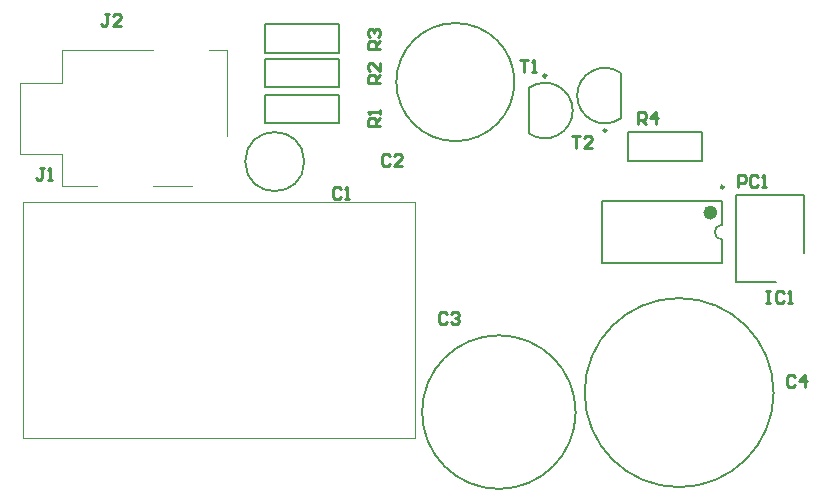
<source format=gto>
G04*
G04 #@! TF.GenerationSoftware,Altium Limited,Altium Designer,23.2.1 (34)*
G04*
G04 Layer_Color=65535*
%FSLAX44Y44*%
%MOMM*%
G71*
G04*
G04 #@! TF.SameCoordinates,3219B47F-80F4-41BA-9109-FB6CE15A0C88*
G04*
G04*
G04 #@! TF.FilePolarity,Positive*
G04*
G01*
G75*
%ADD10C,0.2000*%
%ADD11C,0.2500*%
%ADD12C,0.6000*%
%ADD13C,0.1000*%
%ADD14C,0.2540*%
D10*
X513731Y364779D02*
G03*
X513735Y326103I-13352J-19339D01*
G01*
X643210Y93980D02*
G03*
X643210Y93980I-80000J0D01*
G01*
X599640Y236220D02*
G03*
X599640Y223520I0J-6350D01*
G01*
X475610Y77470D02*
G03*
X475610Y77470I-65000J0D01*
G01*
X245820Y289560D02*
G03*
X245820Y289560I-25000J0D01*
G01*
X423780Y356870D02*
G03*
X423780Y356870I-50000J0D01*
G01*
X436228Y313401D02*
G03*
X436225Y352077I13352J19339D01*
G01*
X513730Y326103D02*
Y364777D01*
X582680Y290260D02*
Y314260D01*
X519680Y290260D02*
X582680D01*
X519680Y314260D02*
X582680D01*
X519680Y290260D02*
Y314260D01*
X497640Y203370D02*
Y256370D01*
X599640Y203370D02*
Y223520D01*
Y236220D02*
Y256370D01*
X497640Y203370D02*
X599640D01*
X497640Y256370D02*
X599640D01*
X611160Y187590D02*
X645160D01*
X611160D02*
Y261590D01*
X668660D01*
Y212090D02*
Y261590D01*
X275340Y322010D02*
Y346010D01*
X212340Y322010D02*
X275340D01*
X212340Y346010D02*
X275340D01*
X212340Y322010D02*
Y346010D01*
X436230Y313403D02*
Y352077D01*
X212340Y352490D02*
Y376490D01*
X275340D01*
X212340Y352490D02*
X275340D01*
Y376490D01*
Y381700D02*
Y405700D01*
X212340Y381700D02*
X275340D01*
X212340Y405700D02*
X275340D01*
X212340Y381700D02*
Y405700D01*
D11*
X501630Y315940D02*
G03*
X501630Y315940I-1250J0D01*
G01*
X600990Y267970D02*
G03*
X600990Y267970I-1250J0D01*
G01*
X450830Y362240D02*
G03*
X450830Y362240I-1250J0D01*
G01*
D12*
X592640Y246370D02*
G03*
X592640Y246370I-3000J0D01*
G01*
D13*
X40420Y356390D02*
Y383890D01*
Y356390D02*
Y383890D01*
X117920D01*
X40420D02*
X117920D01*
X165420D02*
X180420D01*
X165420D02*
X180420D01*
Y311390D02*
Y383890D01*
Y311390D02*
Y383890D01*
X117920Y268890D02*
X150420D01*
X117920D02*
X150420D01*
X40420D02*
X70420D01*
X40420D02*
X70420D01*
X40420D02*
Y296390D01*
Y268890D02*
Y296390D01*
X5420D02*
X40420D01*
X5420D02*
X40420D01*
X5420D02*
Y356390D01*
Y296390D02*
Y356390D01*
X40420D01*
X5420D02*
X40420D01*
X7350Y255220D02*
X339350D01*
X7350Y55220D02*
Y255220D01*
Y55220D02*
X339350D01*
Y255220D01*
D14*
X472866Y311148D02*
X479637D01*
X476252D01*
Y300992D01*
X489794D02*
X483023D01*
X489794Y307763D01*
Y309456D01*
X488101Y311148D01*
X484716D01*
X483023Y309456D01*
X528746Y321312D02*
Y331468D01*
X533824D01*
X535517Y329776D01*
Y326390D01*
X533824Y324697D01*
X528746D01*
X532132D02*
X535517Y321312D01*
X543981D02*
Y331468D01*
X538903Y326390D01*
X545674D01*
X428839Y375918D02*
X435610D01*
X432224D01*
Y365762D01*
X438996D02*
X442381D01*
X440688D01*
Y375918D01*
X438996Y374226D01*
X309878Y385236D02*
X299722D01*
Y390314D01*
X301414Y392007D01*
X304800D01*
X306493Y390314D01*
Y385236D01*
Y388622D02*
X309878Y392007D01*
X301414Y395393D02*
X299722Y397086D01*
Y400471D01*
X301414Y402164D01*
X303107D01*
X304800Y400471D01*
Y398778D01*
Y400471D01*
X306493Y402164D01*
X308186D01*
X309878Y400471D01*
Y397086D01*
X308186Y395393D01*
X309878Y356026D02*
X299722D01*
Y361104D01*
X301414Y362797D01*
X304800D01*
X306493Y361104D01*
Y356026D01*
Y359412D02*
X309878Y362797D01*
Y372954D02*
Y366183D01*
X303107Y372954D01*
X301414D01*
X299722Y371261D01*
Y367876D01*
X301414Y366183D01*
X309878Y319619D02*
X299722D01*
Y324697D01*
X301414Y326390D01*
X304800D01*
X306493Y324697D01*
Y319619D01*
Y323004D02*
X309878Y326390D01*
Y329776D02*
Y333161D01*
Y331468D01*
X299722D01*
X301414Y329776D01*
X612990Y267972D02*
Y278128D01*
X618069D01*
X619762Y276436D01*
Y273050D01*
X618069Y271357D01*
X612990D01*
X629918Y276436D02*
X628226Y278128D01*
X624840D01*
X623147Y276436D01*
Y269664D01*
X624840Y267972D01*
X628226D01*
X629918Y269664D01*
X633304Y267972D02*
X636689D01*
X634997D01*
Y278128D01*
X633304Y276436D01*
X80817Y414888D02*
X77432D01*
X79124D01*
Y406424D01*
X77432Y404732D01*
X75739D01*
X74046Y406424D01*
X90974Y404732D02*
X84203D01*
X90974Y411503D01*
Y413196D01*
X89281Y414888D01*
X85896D01*
X84203Y413196D01*
X25400Y284478D02*
X22014D01*
X23707D01*
Y276014D01*
X22014Y274322D01*
X20322D01*
X18629Y276014D01*
X28786Y274322D02*
X32171D01*
X30478D01*
Y284478D01*
X28786Y282786D01*
X636697Y180338D02*
X640082D01*
X638390D01*
Y170182D01*
X636697D01*
X640082D01*
X651932Y178646D02*
X650239Y180338D01*
X646854D01*
X645161Y178646D01*
Y171874D01*
X646854Y170182D01*
X650239D01*
X651932Y171874D01*
X655318Y170182D02*
X658703D01*
X657010D01*
Y180338D01*
X655318Y178646D01*
X661247Y107526D02*
X659554Y109218D01*
X656169D01*
X654476Y107526D01*
Y100754D01*
X656169Y99062D01*
X659554D01*
X661247Y100754D01*
X669711Y99062D02*
Y109218D01*
X664633Y104140D01*
X671404D01*
X366607Y160866D02*
X364914Y162558D01*
X361529D01*
X359836Y160866D01*
Y154094D01*
X361529Y152402D01*
X364914D01*
X366607Y154094D01*
X369993Y160866D02*
X371686Y162558D01*
X375071D01*
X376764Y160866D01*
Y159173D01*
X375071Y157480D01*
X373378D01*
X375071D01*
X376764Y155787D01*
Y154094D01*
X375071Y152402D01*
X371686D01*
X369993Y154094D01*
X318347Y294216D02*
X316654Y295908D01*
X313269D01*
X311576Y294216D01*
Y287444D01*
X313269Y285752D01*
X316654D01*
X318347Y287444D01*
X328504Y285752D02*
X321733D01*
X328504Y292523D01*
Y294216D01*
X326811Y295908D01*
X323426D01*
X321733Y294216D01*
X276540Y266276D02*
X274847Y267968D01*
X271462D01*
X269769Y266276D01*
Y259504D01*
X271462Y257812D01*
X274847D01*
X276540Y259504D01*
X279926Y257812D02*
X283311D01*
X281618D01*
Y267968D01*
X279926Y266276D01*
M02*

</source>
